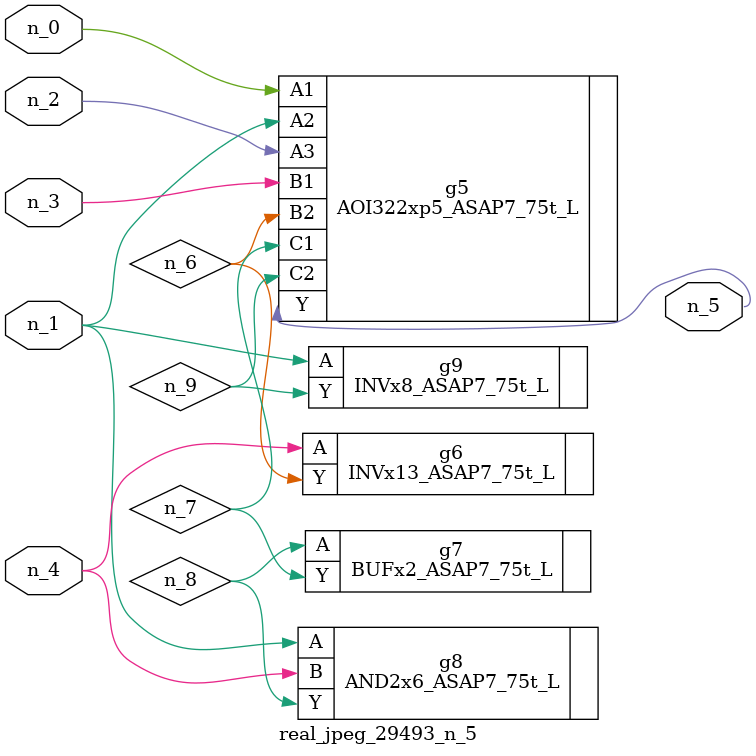
<source format=v>
module real_jpeg_29493_n_5 (n_4, n_0, n_1, n_2, n_3, n_5);

input n_4;
input n_0;
input n_1;
input n_2;
input n_3;

output n_5;

wire n_8;
wire n_6;
wire n_7;
wire n_9;

AOI322xp5_ASAP7_75t_L g5 ( 
.A1(n_0),
.A2(n_1),
.A3(n_2),
.B1(n_3),
.B2(n_6),
.C1(n_7),
.C2(n_9),
.Y(n_5)
);

AND2x6_ASAP7_75t_L g8 ( 
.A(n_1),
.B(n_4),
.Y(n_8)
);

INVx8_ASAP7_75t_L g9 ( 
.A(n_1),
.Y(n_9)
);

INVx13_ASAP7_75t_L g6 ( 
.A(n_4),
.Y(n_6)
);

BUFx2_ASAP7_75t_L g7 ( 
.A(n_8),
.Y(n_7)
);


endmodule
</source>
